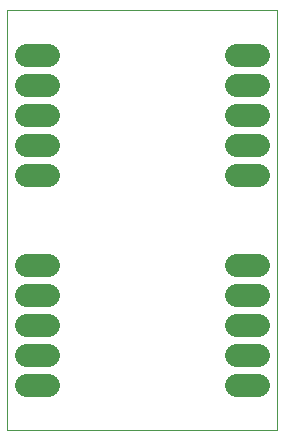
<source format=gbs>
G75*
%MOIN*%
%OFA0B0*%
%FSLAX24Y24*%
%IPPOS*%
%LPD*%
%AMOC8*
5,1,8,0,0,1.08239X$1,22.5*
%
%ADD10C,0.0000*%
%ADD11C,0.0780*%
D10*
X000180Y000317D02*
X000180Y014317D01*
X009180Y014317D01*
X009180Y000317D01*
X000180Y000317D01*
D11*
X000810Y001817D02*
X001550Y001817D01*
X001550Y002817D02*
X000810Y002817D01*
X000810Y003817D02*
X001550Y003817D01*
X001550Y004817D02*
X000810Y004817D01*
X000810Y005817D02*
X001550Y005817D01*
X001550Y008817D02*
X000810Y008817D01*
X000810Y009817D02*
X001550Y009817D01*
X001550Y010817D02*
X000810Y010817D01*
X000810Y011817D02*
X001550Y011817D01*
X001550Y012817D02*
X000810Y012817D01*
X007810Y012817D02*
X008550Y012817D01*
X008550Y011817D02*
X007810Y011817D01*
X007810Y010817D02*
X008550Y010817D01*
X008550Y009817D02*
X007810Y009817D01*
X007810Y008817D02*
X008550Y008817D01*
X008550Y005817D02*
X007810Y005817D01*
X007810Y004817D02*
X008550Y004817D01*
X008550Y003817D02*
X007810Y003817D01*
X007810Y002817D02*
X008550Y002817D01*
X008550Y001817D02*
X007810Y001817D01*
M02*

</source>
